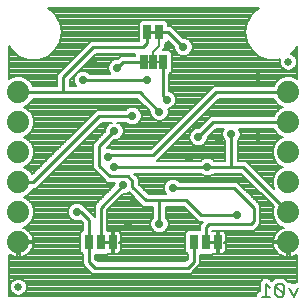
<source format=gbl>
G75*
%MOIN*%
%OFA0B0*%
%FSLAX25Y25*%
%IPPOS*%
%LPD*%
%AMOC8*
5,1,8,0,0,1.08239X$1,22.5*
%
%ADD10C,0.00800*%
%ADD11C,0.07400*%
%ADD12R,0.02500X0.05000*%
%ADD13C,0.01000*%
%ADD14C,0.02500*%
%ADD15C,0.02900*%
%ADD16C,0.00700*%
D10*
X0167833Y0057000D02*
X0167833Y0070876D01*
X0168160Y0070638D01*
X0168876Y0070274D01*
X0169639Y0070026D01*
X0170432Y0069900D01*
X0170433Y0069900D01*
X0170433Y0074600D01*
X0171233Y0074600D01*
X0171233Y0069900D01*
X0171235Y0069900D01*
X0172028Y0070026D01*
X0172791Y0070274D01*
X0173506Y0070638D01*
X0174156Y0071110D01*
X0174723Y0071678D01*
X0175195Y0072327D01*
X0175560Y0073042D01*
X0175808Y0073806D01*
X0175933Y0074599D01*
X0175933Y0074600D01*
X0171233Y0074600D01*
X0171233Y0075400D01*
X0175933Y0075400D01*
X0175933Y0075401D01*
X0175808Y0076194D01*
X0175560Y0076958D01*
X0175195Y0077673D01*
X0174723Y0078322D01*
X0174156Y0078890D01*
X0173506Y0079362D01*
X0172791Y0079726D01*
X0172320Y0079879D01*
X0173836Y0080507D01*
X0175326Y0081998D01*
X0176133Y0083946D01*
X0176133Y0086054D01*
X0175326Y0088002D01*
X0173836Y0089493D01*
X0172612Y0090000D01*
X0173836Y0090507D01*
X0175326Y0091998D01*
X0175700Y0092900D01*
X0176703Y0092900D01*
X0198703Y0114900D01*
X0201865Y0114900D01*
X0201106Y0114586D01*
X0200248Y0113728D01*
X0199783Y0112607D01*
X0199783Y0111920D01*
X0195733Y0107870D01*
X0195733Y0099630D01*
X0199233Y0096130D01*
X0200463Y0094900D01*
X0202905Y0094900D01*
X0202783Y0094607D01*
X0202783Y0093920D01*
X0197463Y0088600D01*
X0196233Y0087370D01*
X0196233Y0083570D01*
X0193933Y0085870D01*
X0192703Y0087100D01*
X0192547Y0087100D01*
X0192061Y0087586D01*
X0190940Y0088050D01*
X0189727Y0088050D01*
X0188606Y0087586D01*
X0187748Y0086728D01*
X0187283Y0085607D01*
X0187283Y0084393D01*
X0187748Y0083272D01*
X0188606Y0082414D01*
X0189727Y0081950D01*
X0190940Y0081950D01*
X0191628Y0082235D01*
X0192233Y0081630D01*
X0192233Y0078913D01*
X0191483Y0078163D01*
X0191483Y0071837D01*
X0192233Y0071087D01*
X0192233Y0067630D01*
X0193463Y0066400D01*
X0195463Y0064400D01*
X0228203Y0064400D01*
X0229433Y0065630D01*
X0231433Y0067630D01*
X0231433Y0070900D01*
X0235246Y0070900D01*
X0235542Y0071196D01*
X0235543Y0071195D01*
X0235899Y0071100D01*
X0237108Y0071100D01*
X0237108Y0072900D01*
X0237558Y0072900D01*
X0237558Y0071100D01*
X0238768Y0071100D01*
X0239124Y0071195D01*
X0239443Y0071380D01*
X0239704Y0071640D01*
X0239888Y0071960D01*
X0239983Y0072316D01*
X0239983Y0074775D01*
X0239433Y0074775D01*
X0239433Y0075225D01*
X0239983Y0075225D01*
X0239983Y0077684D01*
X0239888Y0078040D01*
X0239704Y0078360D01*
X0239443Y0078620D01*
X0239124Y0078805D01*
X0238768Y0078900D01*
X0237558Y0078900D01*
X0237558Y0077100D01*
X0237108Y0077100D01*
X0237108Y0078900D01*
X0235899Y0078900D01*
X0235543Y0078805D01*
X0235542Y0078804D01*
X0235446Y0078900D01*
X0249203Y0078900D01*
X0250203Y0079900D01*
X0251433Y0081130D01*
X0251433Y0087370D01*
X0250203Y0088600D01*
X0243703Y0095100D01*
X0224547Y0095100D01*
X0224061Y0095586D01*
X0222940Y0096050D01*
X0221727Y0096050D01*
X0220606Y0095586D01*
X0219748Y0094728D01*
X0219283Y0093607D01*
X0219283Y0092393D01*
X0219748Y0091272D01*
X0219920Y0091100D01*
X0214203Y0091100D01*
X0210933Y0094370D01*
X0210933Y0096370D01*
X0209433Y0097870D01*
X0209403Y0097900D01*
X0231620Y0097900D01*
X0232106Y0097414D01*
X0233227Y0096950D01*
X0234440Y0096950D01*
X0235561Y0097414D01*
X0236047Y0097900D01*
X0242703Y0097900D01*
X0244963Y0097900D01*
X0255907Y0086956D01*
X0255533Y0086054D01*
X0255533Y0083946D01*
X0256340Y0081998D01*
X0257831Y0080507D01*
X0259346Y0079879D01*
X0258876Y0079726D01*
X0258160Y0079362D01*
X0257511Y0078890D01*
X0256943Y0078322D01*
X0256471Y0077673D01*
X0256107Y0076958D01*
X0255859Y0076194D01*
X0255733Y0075401D01*
X0255733Y0075400D01*
X0260433Y0075400D01*
X0260433Y0074600D01*
X0255733Y0074600D01*
X0255733Y0074599D01*
X0255859Y0073806D01*
X0256107Y0073042D01*
X0256471Y0072327D01*
X0256943Y0071678D01*
X0257511Y0071110D01*
X0258160Y0070638D01*
X0258876Y0070274D01*
X0259639Y0070026D01*
X0260432Y0069900D01*
X0260433Y0069900D01*
X0260433Y0074600D01*
X0261233Y0074600D01*
X0261233Y0069900D01*
X0261235Y0069900D01*
X0262028Y0070026D01*
X0262791Y0070274D01*
X0263506Y0070638D01*
X0263833Y0070876D01*
X0263833Y0061777D01*
X0262532Y0061343D01*
X0260977Y0061862D01*
X0260792Y0061769D01*
X0260629Y0061932D01*
X0260380Y0062181D01*
X0259457Y0063104D01*
X0258056Y0063104D01*
X0257920Y0063104D01*
X0257800Y0063104D01*
X0257800Y0063104D01*
X0256399Y0063104D01*
X0256399Y0063104D01*
X0255449Y0062154D01*
X0255276Y0061980D01*
X0254998Y0062258D01*
X0254153Y0063104D01*
X0252496Y0063104D01*
X0251902Y0062509D01*
X0251324Y0061932D01*
X0251324Y0058900D01*
X0251095Y0058900D01*
X0249923Y0057728D01*
X0249923Y0057000D01*
X0167833Y0057000D01*
X0167833Y0057396D02*
X0169674Y0057396D01*
X0169219Y0057584D02*
X0170266Y0057150D01*
X0171400Y0057150D01*
X0172448Y0057584D01*
X0173249Y0058386D01*
X0173683Y0059433D01*
X0173683Y0060567D01*
X0173249Y0061614D01*
X0172448Y0062416D01*
X0171400Y0062850D01*
X0170266Y0062850D01*
X0169219Y0062416D01*
X0168417Y0061614D01*
X0167983Y0060567D01*
X0167983Y0059433D01*
X0168417Y0058386D01*
X0169219Y0057584D01*
X0168609Y0058194D02*
X0167833Y0058194D01*
X0167833Y0058993D02*
X0168166Y0058993D01*
X0167983Y0059791D02*
X0167833Y0059791D01*
X0167833Y0060590D02*
X0167993Y0060590D01*
X0167833Y0061388D02*
X0168323Y0061388D01*
X0167833Y0062187D02*
X0168989Y0062187D01*
X0167833Y0062985D02*
X0252377Y0062985D01*
X0251579Y0062187D02*
X0172677Y0062187D01*
X0173343Y0061388D02*
X0251324Y0061388D01*
X0251324Y0060590D02*
X0173674Y0060590D01*
X0173683Y0059791D02*
X0251324Y0059791D01*
X0251324Y0058993D02*
X0173501Y0058993D01*
X0173058Y0058194D02*
X0250389Y0058194D01*
X0249923Y0057396D02*
X0171993Y0057396D01*
X0167833Y0063784D02*
X0263833Y0063784D01*
X0263833Y0064582D02*
X0228385Y0064582D01*
X0229184Y0065381D02*
X0263833Y0065381D01*
X0263833Y0066179D02*
X0229982Y0066179D01*
X0230781Y0066978D02*
X0263833Y0066978D01*
X0263833Y0067776D02*
X0231433Y0067776D01*
X0231433Y0068575D02*
X0263833Y0068575D01*
X0263833Y0069373D02*
X0231433Y0069373D01*
X0231433Y0070172D02*
X0259189Y0070172D01*
X0260433Y0070172D02*
X0261233Y0070172D01*
X0261233Y0070970D02*
X0260433Y0070970D01*
X0260433Y0071769D02*
X0261233Y0071769D01*
X0261233Y0072567D02*
X0260433Y0072567D01*
X0260433Y0073366D02*
X0261233Y0073366D01*
X0261233Y0074164D02*
X0260433Y0074164D01*
X0260433Y0074963D02*
X0239433Y0074963D01*
X0239983Y0075761D02*
X0255790Y0075761D01*
X0255978Y0076560D02*
X0239983Y0076560D01*
X0239983Y0077358D02*
X0256311Y0077358D01*
X0256823Y0078157D02*
X0239821Y0078157D01*
X0237558Y0078157D02*
X0237108Y0078157D01*
X0237108Y0077358D02*
X0237558Y0077358D01*
X0239983Y0074164D02*
X0255802Y0074164D01*
X0256002Y0073366D02*
X0239983Y0073366D01*
X0239983Y0072567D02*
X0256349Y0072567D01*
X0256877Y0071769D02*
X0239778Y0071769D01*
X0237558Y0071769D02*
X0237108Y0071769D01*
X0237108Y0072567D02*
X0237558Y0072567D01*
X0235316Y0070970D02*
X0257703Y0070970D01*
X0262477Y0070172D02*
X0263833Y0070172D01*
X0263833Y0062985D02*
X0259576Y0062985D01*
X0259457Y0063104D02*
X0259457Y0063104D01*
X0259457Y0063104D01*
X0260374Y0062187D02*
X0263833Y0062187D01*
X0262666Y0061388D02*
X0262398Y0061388D01*
X0260629Y0061932D02*
X0260629Y0061932D01*
X0259329Y0060403D02*
X0258629Y0061104D01*
X0257228Y0061104D01*
X0256527Y0060403D01*
X0259329Y0057601D01*
X0258629Y0056900D01*
X0257228Y0056900D01*
X0256527Y0057601D01*
X0256527Y0060403D01*
X0254725Y0059702D02*
X0253324Y0061104D01*
X0253324Y0056900D01*
X0254725Y0056900D02*
X0251923Y0056900D01*
X0259329Y0057601D02*
X0259329Y0060403D01*
X0261131Y0059702D02*
X0262532Y0056900D01*
X0263933Y0059702D01*
X0258056Y0063104D02*
X0258056Y0063104D01*
X0256399Y0063104D02*
X0256399Y0063104D01*
X0256281Y0062985D02*
X0254271Y0062985D01*
X0255070Y0062187D02*
X0255482Y0062187D01*
X0227233Y0069370D02*
X0226463Y0068600D01*
X0197203Y0068600D01*
X0196433Y0069370D01*
X0196433Y0070900D01*
X0200246Y0070900D01*
X0200542Y0071196D01*
X0200543Y0071195D01*
X0200899Y0071100D01*
X0202108Y0071100D01*
X0202108Y0072900D01*
X0202558Y0072900D01*
X0202558Y0071100D01*
X0203768Y0071100D01*
X0204124Y0071195D01*
X0204443Y0071380D01*
X0204704Y0071640D01*
X0204888Y0071960D01*
X0204983Y0072316D01*
X0204983Y0074775D01*
X0204433Y0074775D01*
X0204433Y0075225D01*
X0204983Y0075225D01*
X0204983Y0077684D01*
X0204888Y0078040D01*
X0204704Y0078360D01*
X0204443Y0078620D01*
X0204124Y0078805D01*
X0203768Y0078900D01*
X0202558Y0078900D01*
X0202558Y0077100D01*
X0202108Y0077100D01*
X0202108Y0078900D01*
X0200899Y0078900D01*
X0200543Y0078805D01*
X0200542Y0078804D01*
X0200433Y0078913D01*
X0200433Y0085630D01*
X0205753Y0090950D01*
X0206440Y0090950D01*
X0207561Y0091414D01*
X0207755Y0091608D01*
X0212463Y0086900D01*
X0215733Y0086900D01*
X0215733Y0083213D01*
X0215248Y0082728D01*
X0214783Y0081607D01*
X0214783Y0080393D01*
X0215248Y0079272D01*
X0216106Y0078414D01*
X0217227Y0077950D01*
X0218440Y0077950D01*
X0219561Y0078414D01*
X0220419Y0079272D01*
X0220883Y0080393D01*
X0220883Y0081607D01*
X0220419Y0082728D01*
X0219933Y0083213D01*
X0219933Y0086900D01*
X0225963Y0086900D01*
X0230963Y0081900D01*
X0232263Y0081900D01*
X0232233Y0081870D01*
X0231233Y0080870D01*
X0231233Y0079100D01*
X0227421Y0079100D01*
X0226483Y0078163D01*
X0226483Y0071837D01*
X0227233Y0071087D01*
X0227233Y0069370D01*
X0227233Y0069373D02*
X0196433Y0069373D01*
X0196433Y0070172D02*
X0227233Y0070172D01*
X0227233Y0070970D02*
X0200316Y0070970D01*
X0202108Y0071769D02*
X0202558Y0071769D01*
X0202558Y0072567D02*
X0202108Y0072567D01*
X0204778Y0071769D02*
X0226552Y0071769D01*
X0226483Y0072567D02*
X0204983Y0072567D01*
X0204983Y0073366D02*
X0226483Y0073366D01*
X0226483Y0074164D02*
X0204983Y0074164D01*
X0204433Y0074963D02*
X0226483Y0074963D01*
X0226483Y0075761D02*
X0204983Y0075761D01*
X0204983Y0076560D02*
X0226483Y0076560D01*
X0226483Y0077358D02*
X0204983Y0077358D01*
X0204821Y0078157D02*
X0216727Y0078157D01*
X0215565Y0078955D02*
X0200433Y0078955D01*
X0200433Y0079754D02*
X0215048Y0079754D01*
X0214783Y0080552D02*
X0200433Y0080552D01*
X0200433Y0081351D02*
X0214783Y0081351D01*
X0215008Y0082149D02*
X0200433Y0082149D01*
X0200433Y0082948D02*
X0215468Y0082948D01*
X0215733Y0083746D02*
X0200433Y0083746D01*
X0200433Y0084545D02*
X0215733Y0084545D01*
X0215733Y0085343D02*
X0200433Y0085343D01*
X0200945Y0086142D02*
X0215733Y0086142D01*
X0212423Y0086940D02*
X0201744Y0086940D01*
X0202542Y0087739D02*
X0211625Y0087739D01*
X0210826Y0088537D02*
X0203341Y0088537D01*
X0204139Y0089336D02*
X0210027Y0089336D01*
X0209229Y0090134D02*
X0204938Y0090134D01*
X0205736Y0090933D02*
X0208430Y0090933D01*
X0211176Y0094127D02*
X0219499Y0094127D01*
X0219283Y0093329D02*
X0211975Y0093329D01*
X0212773Y0092530D02*
X0219283Y0092530D01*
X0219557Y0091732D02*
X0213572Y0091732D01*
X0210933Y0094926D02*
X0219946Y0094926D01*
X0220940Y0095724D02*
X0210933Y0095724D01*
X0210781Y0096523D02*
X0246341Y0096523D01*
X0245542Y0097321D02*
X0235336Y0097321D01*
X0232331Y0097321D02*
X0209982Y0097321D01*
X0202783Y0094127D02*
X0177930Y0094127D01*
X0177132Y0093329D02*
X0202192Y0093329D01*
X0201394Y0092530D02*
X0175547Y0092530D01*
X0175060Y0091732D02*
X0200595Y0091732D01*
X0199796Y0090933D02*
X0174262Y0090933D01*
X0172937Y0090134D02*
X0198998Y0090134D01*
X0198199Y0089336D02*
X0173993Y0089336D01*
X0174791Y0088537D02*
X0197401Y0088537D01*
X0196602Y0087739D02*
X0191691Y0087739D01*
X0192863Y0086940D02*
X0196233Y0086940D01*
X0196233Y0086142D02*
X0193661Y0086142D01*
X0194460Y0085343D02*
X0196233Y0085343D01*
X0196233Y0084545D02*
X0195258Y0084545D01*
X0196057Y0083746D02*
X0196233Y0083746D01*
X0192233Y0081351D02*
X0174680Y0081351D01*
X0175389Y0082149D02*
X0189245Y0082149D01*
X0188072Y0082948D02*
X0175720Y0082948D01*
X0176051Y0083746D02*
X0187551Y0083746D01*
X0187283Y0084545D02*
X0176133Y0084545D01*
X0176133Y0085343D02*
X0187283Y0085343D01*
X0187505Y0086142D02*
X0176097Y0086142D01*
X0175766Y0086940D02*
X0187960Y0086940D01*
X0188976Y0087739D02*
X0175435Y0087739D01*
X0173881Y0080552D02*
X0192233Y0080552D01*
X0192233Y0079754D02*
X0172706Y0079754D01*
X0174066Y0078955D02*
X0192233Y0078955D01*
X0191483Y0078157D02*
X0174844Y0078157D01*
X0175356Y0077358D02*
X0191483Y0077358D01*
X0191483Y0076560D02*
X0175689Y0076560D01*
X0175876Y0075761D02*
X0191483Y0075761D01*
X0191483Y0074963D02*
X0171233Y0074963D01*
X0171233Y0074164D02*
X0170433Y0074164D01*
X0170433Y0073366D02*
X0171233Y0073366D01*
X0171233Y0072567D02*
X0170433Y0072567D01*
X0170433Y0071769D02*
X0171233Y0071769D01*
X0171233Y0070970D02*
X0170433Y0070970D01*
X0170433Y0070172D02*
X0171233Y0070172D01*
X0172477Y0070172D02*
X0192233Y0070172D01*
X0192233Y0070970D02*
X0173963Y0070970D01*
X0174790Y0071769D02*
X0191552Y0071769D01*
X0191483Y0072567D02*
X0175318Y0072567D01*
X0175665Y0073366D02*
X0191483Y0073366D01*
X0191483Y0074164D02*
X0175865Y0074164D01*
X0169189Y0070172D02*
X0167833Y0070172D01*
X0167833Y0069373D02*
X0192233Y0069373D01*
X0192233Y0068575D02*
X0167833Y0068575D01*
X0167833Y0067776D02*
X0192233Y0067776D01*
X0192886Y0066978D02*
X0167833Y0066978D01*
X0167833Y0066179D02*
X0193684Y0066179D01*
X0194483Y0065381D02*
X0167833Y0065381D01*
X0167833Y0064582D02*
X0195281Y0064582D01*
X0202108Y0077358D02*
X0202558Y0077358D01*
X0202558Y0078157D02*
X0202108Y0078157D01*
X0191714Y0082149D02*
X0191421Y0082149D01*
X0200438Y0094926D02*
X0178729Y0094926D01*
X0179527Y0095724D02*
X0199639Y0095724D01*
X0198841Y0096523D02*
X0180326Y0096523D01*
X0181124Y0097321D02*
X0198042Y0097321D01*
X0197244Y0098120D02*
X0181923Y0098120D01*
X0182721Y0098918D02*
X0196445Y0098918D01*
X0195733Y0099717D02*
X0183520Y0099717D01*
X0184318Y0100515D02*
X0195733Y0100515D01*
X0195733Y0101314D02*
X0185117Y0101314D01*
X0185915Y0102112D02*
X0195733Y0102112D01*
X0195733Y0102911D02*
X0186714Y0102911D01*
X0187512Y0103709D02*
X0195733Y0103709D01*
X0195733Y0104508D02*
X0188311Y0104508D01*
X0189109Y0105306D02*
X0195733Y0105306D01*
X0195733Y0106105D02*
X0189908Y0106105D01*
X0190706Y0106903D02*
X0195733Y0106903D01*
X0195733Y0107702D02*
X0191505Y0107702D01*
X0192303Y0108500D02*
X0196364Y0108500D01*
X0197162Y0109299D02*
X0193102Y0109299D01*
X0193900Y0110097D02*
X0197961Y0110097D01*
X0198759Y0110896D02*
X0194699Y0110896D01*
X0195497Y0111694D02*
X0199558Y0111694D01*
X0199783Y0112493D02*
X0196296Y0112493D01*
X0197095Y0113291D02*
X0200067Y0113291D01*
X0200610Y0114090D02*
X0197893Y0114090D01*
X0198692Y0114888D02*
X0201836Y0114888D01*
X0203802Y0114900D02*
X0206620Y0114900D01*
X0207106Y0114414D01*
X0208227Y0113950D01*
X0209440Y0113950D01*
X0210561Y0114414D01*
X0211419Y0115272D01*
X0211883Y0116393D01*
X0211883Y0117607D01*
X0211419Y0118728D01*
X0210561Y0119586D01*
X0209440Y0120050D01*
X0208227Y0120050D01*
X0207106Y0119586D01*
X0206620Y0119100D01*
X0196963Y0119100D01*
X0195733Y0117870D01*
X0175484Y0097621D01*
X0175326Y0098002D01*
X0173836Y0099493D01*
X0172612Y0100000D01*
X0173836Y0100507D01*
X0175326Y0101998D01*
X0176133Y0103946D01*
X0176133Y0106054D01*
X0175326Y0108002D01*
X0173836Y0109493D01*
X0172612Y0110000D01*
X0173836Y0110507D01*
X0175326Y0111998D01*
X0176133Y0113946D01*
X0176133Y0116054D01*
X0175326Y0118002D01*
X0173836Y0119493D01*
X0172612Y0120000D01*
X0173836Y0120507D01*
X0175326Y0121998D01*
X0175700Y0122900D01*
X0210463Y0122900D01*
X0214783Y0118580D01*
X0214783Y0117893D01*
X0215248Y0116772D01*
X0216106Y0115914D01*
X0217227Y0115450D01*
X0218440Y0115450D01*
X0219561Y0115914D01*
X0220419Y0116772D01*
X0220883Y0117893D01*
X0220883Y0119107D01*
X0220741Y0119450D01*
X0220940Y0119450D01*
X0222061Y0119914D01*
X0222919Y0120772D01*
X0223383Y0121893D01*
X0223383Y0123107D01*
X0222919Y0124228D01*
X0222061Y0125086D01*
X0221133Y0125470D01*
X0221133Y0131087D01*
X0221883Y0131837D01*
X0221883Y0138163D01*
X0220946Y0139100D01*
X0219191Y0139100D01*
X0219783Y0139692D01*
X0219783Y0140937D01*
X0220683Y0141837D01*
X0220683Y0142180D01*
X0222783Y0140080D01*
X0222783Y0139393D01*
X0223248Y0138272D01*
X0224106Y0137414D01*
X0225227Y0136950D01*
X0226440Y0136950D01*
X0227561Y0137414D01*
X0228419Y0138272D01*
X0228883Y0139393D01*
X0228883Y0140607D01*
X0228419Y0141728D01*
X0227561Y0142586D01*
X0226440Y0143050D01*
X0225753Y0143050D01*
X0222933Y0145870D01*
X0221703Y0147100D01*
X0220683Y0147100D01*
X0220683Y0148163D01*
X0219746Y0149100D01*
X0215921Y0149100D01*
X0215833Y0149013D01*
X0215746Y0149100D01*
X0211921Y0149100D01*
X0210983Y0148163D01*
X0210983Y0142100D01*
X0194963Y0142100D01*
X0184963Y0132100D01*
X0183733Y0130870D01*
X0183733Y0127100D01*
X0175700Y0127100D01*
X0175326Y0128002D01*
X0173836Y0129493D01*
X0171888Y0130300D01*
X0169779Y0130300D01*
X0167833Y0129494D01*
X0167833Y0140256D01*
X0168599Y0138930D01*
X0171112Y0136822D01*
X0171112Y0136822D01*
X0174193Y0135700D01*
X0177473Y0135700D01*
X0180555Y0136822D01*
X0183067Y0138930D01*
X0184707Y0141770D01*
X0184707Y0141770D01*
X0185277Y0145000D01*
X0184707Y0148230D01*
X0183067Y0151070D01*
X0180767Y0153000D01*
X0250899Y0153000D01*
X0248599Y0151070D01*
X0246959Y0148230D01*
X0246390Y0145000D01*
X0246959Y0141770D01*
X0248599Y0138930D01*
X0251112Y0136822D01*
X0254193Y0135700D01*
X0257473Y0135700D01*
X0258139Y0135942D01*
X0257983Y0135567D01*
X0257983Y0134433D01*
X0258417Y0133386D01*
X0259219Y0132584D01*
X0260266Y0132150D01*
X0261400Y0132150D01*
X0262448Y0132584D01*
X0263249Y0133386D01*
X0263683Y0134433D01*
X0263683Y0135567D01*
X0263249Y0136614D01*
X0262448Y0137416D01*
X0261655Y0137745D01*
X0263067Y0138930D01*
X0263833Y0140256D01*
X0263833Y0129494D01*
X0261888Y0130300D01*
X0259779Y0130300D01*
X0257831Y0129493D01*
X0256340Y0128002D01*
X0255966Y0127100D01*
X0235963Y0127100D01*
X0234733Y0125870D01*
X0214963Y0106100D01*
X0202526Y0106100D01*
X0201440Y0106550D01*
X0200353Y0106550D01*
X0202753Y0108950D01*
X0203440Y0108950D01*
X0204561Y0109414D01*
X0205419Y0110272D01*
X0205883Y0111393D01*
X0205883Y0112607D01*
X0205419Y0113728D01*
X0204561Y0114586D01*
X0203802Y0114900D01*
X0203830Y0114888D02*
X0206632Y0114888D01*
X0207889Y0114090D02*
X0205057Y0114090D01*
X0205600Y0113291D02*
X0222155Y0113291D01*
X0221356Y0112493D02*
X0205883Y0112493D01*
X0205883Y0111694D02*
X0220558Y0111694D01*
X0219759Y0110896D02*
X0205677Y0110896D01*
X0205244Y0110097D02*
X0218961Y0110097D01*
X0218162Y0109299D02*
X0204282Y0109299D01*
X0202303Y0108500D02*
X0217364Y0108500D01*
X0216565Y0107702D02*
X0201505Y0107702D01*
X0200706Y0106903D02*
X0215767Y0106903D01*
X0214968Y0106105D02*
X0202515Y0106105D01*
X0189558Y0111694D02*
X0175023Y0111694D01*
X0175531Y0112493D02*
X0190356Y0112493D01*
X0191155Y0113291D02*
X0175862Y0113291D01*
X0176133Y0114090D02*
X0191953Y0114090D01*
X0192752Y0114888D02*
X0176133Y0114888D01*
X0176133Y0115687D02*
X0193550Y0115687D01*
X0194349Y0116485D02*
X0175955Y0116485D01*
X0175624Y0117284D02*
X0195147Y0117284D01*
X0195946Y0118082D02*
X0175246Y0118082D01*
X0174448Y0118881D02*
X0196744Y0118881D01*
X0207332Y0119679D02*
X0173386Y0119679D01*
X0173766Y0120478D02*
X0212886Y0120478D01*
X0213684Y0119679D02*
X0210335Y0119679D01*
X0211266Y0118881D02*
X0214483Y0118881D01*
X0214783Y0118082D02*
X0211686Y0118082D01*
X0211883Y0117284D02*
X0215036Y0117284D01*
X0215535Y0116485D02*
X0211883Y0116485D01*
X0211591Y0115687D02*
X0216655Y0115687D01*
X0219012Y0115687D02*
X0224550Y0115687D01*
X0223752Y0114888D02*
X0211035Y0114888D01*
X0209778Y0114090D02*
X0222953Y0114090D01*
X0225699Y0110896D02*
X0227903Y0110896D01*
X0227783Y0110607D02*
X0228248Y0111728D01*
X0229106Y0112586D01*
X0230227Y0113050D01*
X0230913Y0113050D01*
X0234963Y0117100D01*
X0255966Y0117100D01*
X0256340Y0118002D01*
X0257831Y0119493D01*
X0259055Y0120000D01*
X0257831Y0120507D01*
X0256340Y0121998D01*
X0255966Y0122900D01*
X0237703Y0122900D01*
X0217933Y0103130D01*
X0216903Y0102100D01*
X0231620Y0102100D01*
X0232106Y0102586D01*
X0233227Y0103050D01*
X0234440Y0103050D01*
X0235561Y0102586D01*
X0236047Y0102100D01*
X0239733Y0102100D01*
X0239733Y0108787D01*
X0239248Y0109272D01*
X0238783Y0110393D01*
X0238783Y0111607D01*
X0239248Y0112728D01*
X0239420Y0112900D01*
X0236703Y0112900D01*
X0233883Y0110080D01*
X0233883Y0109393D01*
X0233419Y0108272D01*
X0232561Y0107414D01*
X0231440Y0106950D01*
X0230227Y0106950D01*
X0229106Y0107414D01*
X0228248Y0108272D01*
X0227783Y0109393D01*
X0227783Y0110607D01*
X0227783Y0110097D02*
X0224900Y0110097D01*
X0224102Y0109299D02*
X0227822Y0109299D01*
X0228153Y0108500D02*
X0223303Y0108500D01*
X0222505Y0107702D02*
X0228818Y0107702D01*
X0232848Y0107702D02*
X0239733Y0107702D01*
X0239733Y0108500D02*
X0233513Y0108500D01*
X0233844Y0109299D02*
X0239237Y0109299D01*
X0238906Y0110097D02*
X0233900Y0110097D01*
X0234699Y0110896D02*
X0238783Y0110896D01*
X0238820Y0111694D02*
X0235497Y0111694D01*
X0236296Y0112493D02*
X0239150Y0112493D01*
X0244247Y0112900D02*
X0255966Y0112900D01*
X0256340Y0111998D01*
X0257831Y0110507D01*
X0259055Y0110000D01*
X0257831Y0109493D01*
X0256340Y0108002D01*
X0255533Y0106054D01*
X0255533Y0103946D01*
X0256340Y0101998D01*
X0257831Y0100507D01*
X0259055Y0100000D01*
X0257831Y0099493D01*
X0256340Y0098002D01*
X0255533Y0096054D01*
X0255533Y0093946D01*
X0256011Y0092792D01*
X0247933Y0100870D01*
X0246703Y0102100D01*
X0243933Y0102100D01*
X0243933Y0108787D01*
X0244419Y0109272D01*
X0244883Y0110393D01*
X0244883Y0111607D01*
X0244419Y0112728D01*
X0244247Y0112900D01*
X0244516Y0112493D02*
X0256135Y0112493D01*
X0256644Y0111694D02*
X0244847Y0111694D01*
X0244883Y0110896D02*
X0257442Y0110896D01*
X0258820Y0110097D02*
X0244761Y0110097D01*
X0244430Y0109299D02*
X0257637Y0109299D01*
X0256838Y0108500D02*
X0243933Y0108500D01*
X0243933Y0107702D02*
X0256216Y0107702D01*
X0255885Y0106903D02*
X0243933Y0106903D01*
X0243933Y0106105D02*
X0255554Y0106105D01*
X0255533Y0105306D02*
X0243933Y0105306D01*
X0243933Y0104508D02*
X0255533Y0104508D01*
X0255631Y0103709D02*
X0243933Y0103709D01*
X0243933Y0102911D02*
X0255962Y0102911D01*
X0256293Y0102112D02*
X0243933Y0102112D01*
X0247490Y0101314D02*
X0257024Y0101314D01*
X0257823Y0100515D02*
X0248288Y0100515D01*
X0249087Y0099717D02*
X0258371Y0099717D01*
X0257256Y0098918D02*
X0249885Y0098918D01*
X0250684Y0098120D02*
X0256458Y0098120D01*
X0256058Y0097321D02*
X0251482Y0097321D01*
X0252281Y0096523D02*
X0255727Y0096523D01*
X0255533Y0095724D02*
X0253079Y0095724D01*
X0253878Y0094926D02*
X0255533Y0094926D01*
X0255533Y0094127D02*
X0254676Y0094127D01*
X0255475Y0093329D02*
X0255789Y0093329D01*
X0251930Y0090933D02*
X0247870Y0090933D01*
X0247072Y0091732D02*
X0251132Y0091732D01*
X0250333Y0092530D02*
X0246273Y0092530D01*
X0245475Y0093329D02*
X0249535Y0093329D01*
X0248736Y0094127D02*
X0244676Y0094127D01*
X0243878Y0094926D02*
X0247938Y0094926D01*
X0247139Y0095724D02*
X0223727Y0095724D01*
X0216915Y0102112D02*
X0231632Y0102112D01*
X0232890Y0102911D02*
X0217714Y0102911D01*
X0218512Y0103709D02*
X0239733Y0103709D01*
X0239733Y0102911D02*
X0234776Y0102911D01*
X0236034Y0102112D02*
X0239733Y0102112D01*
X0239733Y0104508D02*
X0219311Y0104508D01*
X0220109Y0105306D02*
X0239733Y0105306D01*
X0239733Y0106105D02*
X0220908Y0106105D01*
X0221706Y0106903D02*
X0239733Y0106903D01*
X0228234Y0111694D02*
X0226497Y0111694D01*
X0227296Y0112493D02*
X0229013Y0112493D01*
X0228095Y0113291D02*
X0231155Y0113291D01*
X0231953Y0114090D02*
X0228893Y0114090D01*
X0229692Y0114888D02*
X0232752Y0114888D01*
X0233550Y0115687D02*
X0230490Y0115687D01*
X0231289Y0116485D02*
X0234349Y0116485D01*
X0232886Y0118082D02*
X0256420Y0118082D01*
X0256043Y0117284D02*
X0232087Y0117284D01*
X0233684Y0118881D02*
X0257219Y0118881D01*
X0258281Y0119679D02*
X0234483Y0119679D01*
X0235281Y0120478D02*
X0257901Y0120478D01*
X0257062Y0121276D02*
X0236080Y0121276D01*
X0236878Y0122075D02*
X0256308Y0122075D01*
X0255977Y0122873D02*
X0237677Y0122873D01*
X0234931Y0126068D02*
X0221133Y0126068D01*
X0221133Y0126866D02*
X0235730Y0126866D01*
X0234132Y0125269D02*
X0221618Y0125269D01*
X0222676Y0124470D02*
X0233334Y0124470D01*
X0232535Y0123672D02*
X0223149Y0123672D01*
X0223383Y0122873D02*
X0231737Y0122873D01*
X0230938Y0122075D02*
X0223383Y0122075D01*
X0223128Y0121276D02*
X0230140Y0121276D01*
X0229341Y0120478D02*
X0222625Y0120478D01*
X0221494Y0119679D02*
X0228543Y0119679D01*
X0227744Y0118881D02*
X0220883Y0118881D01*
X0220883Y0118082D02*
X0226946Y0118082D01*
X0226147Y0117284D02*
X0220631Y0117284D01*
X0220132Y0116485D02*
X0225349Y0116485D01*
X0212087Y0121276D02*
X0174605Y0121276D01*
X0175358Y0122075D02*
X0211289Y0122075D01*
X0210490Y0122873D02*
X0175689Y0122873D01*
X0175466Y0127665D02*
X0183733Y0127665D01*
X0183733Y0128463D02*
X0174866Y0128463D01*
X0174067Y0129262D02*
X0183733Y0129262D01*
X0183733Y0130060D02*
X0172467Y0130060D01*
X0169200Y0130060D02*
X0167833Y0130060D01*
X0167833Y0130859D02*
X0183733Y0130859D01*
X0184521Y0131657D02*
X0167833Y0131657D01*
X0167833Y0132456D02*
X0185319Y0132456D01*
X0186118Y0133254D02*
X0167833Y0133254D01*
X0167833Y0134053D02*
X0186916Y0134053D01*
X0187715Y0134851D02*
X0167833Y0134851D01*
X0167833Y0135650D02*
X0188513Y0135650D01*
X0189312Y0136448D02*
X0179529Y0136448D01*
X0180555Y0136822D02*
X0180555Y0136822D01*
X0181061Y0137247D02*
X0190110Y0137247D01*
X0190909Y0138045D02*
X0182013Y0138045D01*
X0182965Y0138844D02*
X0191707Y0138844D01*
X0192506Y0139642D02*
X0183479Y0139642D01*
X0183067Y0138930D02*
X0183067Y0138930D01*
X0183067Y0138930D01*
X0183940Y0140441D02*
X0193304Y0140441D01*
X0194103Y0141239D02*
X0184401Y0141239D01*
X0184754Y0142038D02*
X0194901Y0142038D01*
X0196703Y0137900D02*
X0187933Y0129130D01*
X0187933Y0127100D01*
X0189920Y0127100D01*
X0189748Y0127272D01*
X0189283Y0128393D01*
X0189283Y0129607D01*
X0189748Y0130728D01*
X0190606Y0131586D01*
X0191727Y0132050D01*
X0192940Y0132050D01*
X0194061Y0131586D01*
X0194547Y0131100D01*
X0201420Y0131100D01*
X0201248Y0131272D01*
X0200783Y0132393D01*
X0200783Y0133607D01*
X0201248Y0134728D01*
X0202106Y0135586D01*
X0203227Y0136050D01*
X0203913Y0136050D01*
X0204963Y0137100D01*
X0209783Y0137100D01*
X0209783Y0137900D01*
X0196703Y0137900D01*
X0196050Y0137247D02*
X0209783Y0137247D01*
X0211833Y0135000D02*
X0214833Y0135000D01*
X0216833Y0135000D02*
X0219833Y0135000D01*
X0221883Y0134851D02*
X0257983Y0134851D01*
X0258018Y0135650D02*
X0221883Y0135650D01*
X0221883Y0136448D02*
X0252138Y0136448D01*
X0251112Y0136822D02*
X0251112Y0136822D01*
X0250605Y0137247D02*
X0227156Y0137247D01*
X0228192Y0138045D02*
X0249654Y0138045D01*
X0248702Y0138844D02*
X0228656Y0138844D01*
X0228883Y0139642D02*
X0248188Y0139642D01*
X0248599Y0138930D02*
X0248599Y0138930D01*
X0247727Y0140441D02*
X0228883Y0140441D01*
X0228621Y0141239D02*
X0247266Y0141239D01*
X0246959Y0141770D02*
X0246959Y0141770D01*
X0246912Y0142038D02*
X0228109Y0142038D01*
X0226956Y0142836D02*
X0246771Y0142836D01*
X0246631Y0143635D02*
X0225168Y0143635D01*
X0224370Y0144433D02*
X0246490Y0144433D01*
X0246390Y0145000D02*
X0246390Y0145000D01*
X0246431Y0145232D02*
X0223571Y0145232D01*
X0222773Y0146030D02*
X0246572Y0146030D01*
X0246712Y0146829D02*
X0221974Y0146829D01*
X0220683Y0147627D02*
X0246853Y0147627D01*
X0246959Y0148230D02*
X0246959Y0148230D01*
X0247073Y0148426D02*
X0220420Y0148426D01*
X0211246Y0148426D02*
X0184594Y0148426D01*
X0184707Y0148230D02*
X0184707Y0148230D01*
X0184814Y0147627D02*
X0210983Y0147627D01*
X0210983Y0146829D02*
X0184954Y0146829D01*
X0185095Y0146030D02*
X0210983Y0146030D01*
X0210983Y0145232D02*
X0185236Y0145232D01*
X0185277Y0145000D02*
X0185277Y0145000D01*
X0185177Y0144433D02*
X0210983Y0144433D01*
X0210983Y0143635D02*
X0185036Y0143635D01*
X0184895Y0142836D02*
X0210983Y0142836D01*
X0219783Y0140441D02*
X0222423Y0140441D01*
X0222783Y0139642D02*
X0219733Y0139642D01*
X0220085Y0141239D02*
X0221624Y0141239D01*
X0220826Y0142038D02*
X0220683Y0142038D01*
X0221202Y0138844D02*
X0223011Y0138844D01*
X0223475Y0138045D02*
X0221883Y0138045D01*
X0221883Y0137247D02*
X0224510Y0137247D01*
X0221883Y0134053D02*
X0258141Y0134053D01*
X0258549Y0133254D02*
X0221883Y0133254D01*
X0221883Y0132456D02*
X0259529Y0132456D01*
X0262138Y0132456D02*
X0263833Y0132456D01*
X0263833Y0133254D02*
X0263118Y0133254D01*
X0263526Y0134053D02*
X0263833Y0134053D01*
X0263833Y0134851D02*
X0263683Y0134851D01*
X0263649Y0135650D02*
X0263833Y0135650D01*
X0263833Y0136448D02*
X0263318Y0136448D01*
X0263833Y0137247D02*
X0262617Y0137247D01*
X0262013Y0138045D02*
X0263833Y0138045D01*
X0263833Y0138844D02*
X0262965Y0138844D01*
X0263067Y0138930D02*
X0263067Y0138930D01*
X0263067Y0138930D01*
X0263479Y0139642D02*
X0263833Y0139642D01*
X0263833Y0131657D02*
X0221703Y0131657D01*
X0221133Y0130859D02*
X0263833Y0130859D01*
X0263833Y0130060D02*
X0262467Y0130060D01*
X0259200Y0130060D02*
X0221133Y0130060D01*
X0221133Y0129262D02*
X0257600Y0129262D01*
X0256801Y0128463D02*
X0221133Y0128463D01*
X0221133Y0127665D02*
X0256200Y0127665D01*
X0247534Y0149224D02*
X0184133Y0149224D01*
X0183672Y0150023D02*
X0247995Y0150023D01*
X0248456Y0150821D02*
X0183211Y0150821D01*
X0183067Y0151070D02*
X0183067Y0151070D01*
X0182412Y0151620D02*
X0249254Y0151620D01*
X0248599Y0151070D02*
X0248599Y0151070D01*
X0248599Y0151070D01*
X0250206Y0152418D02*
X0181461Y0152418D01*
X0168188Y0139642D02*
X0167833Y0139642D01*
X0167833Y0138844D02*
X0168702Y0138844D01*
X0168599Y0138930D02*
X0168599Y0138930D01*
X0167833Y0138045D02*
X0169654Y0138045D01*
X0170605Y0137247D02*
X0167833Y0137247D01*
X0167833Y0136448D02*
X0172138Y0136448D01*
X0188065Y0129262D02*
X0189283Y0129262D01*
X0189283Y0128463D02*
X0187933Y0128463D01*
X0187933Y0127665D02*
X0189585Y0127665D01*
X0189471Y0130060D02*
X0188863Y0130060D01*
X0189662Y0130859D02*
X0189879Y0130859D01*
X0190460Y0131657D02*
X0190778Y0131657D01*
X0191259Y0132456D02*
X0200783Y0132456D01*
X0200783Y0133254D02*
X0192057Y0133254D01*
X0192856Y0134053D02*
X0200968Y0134053D01*
X0201371Y0134851D02*
X0193654Y0134851D01*
X0194453Y0135650D02*
X0202260Y0135650D01*
X0204312Y0136448D02*
X0195251Y0136448D01*
X0193889Y0131657D02*
X0201088Y0131657D01*
X0188759Y0110896D02*
X0174224Y0110896D01*
X0172847Y0110097D02*
X0187961Y0110097D01*
X0187162Y0109299D02*
X0174030Y0109299D01*
X0174828Y0108500D02*
X0186364Y0108500D01*
X0185565Y0107702D02*
X0175451Y0107702D01*
X0175782Y0106903D02*
X0184767Y0106903D01*
X0183968Y0106105D02*
X0176112Y0106105D01*
X0176133Y0105306D02*
X0183170Y0105306D01*
X0182371Y0104508D02*
X0176133Y0104508D01*
X0176035Y0103709D02*
X0181573Y0103709D01*
X0180774Y0102911D02*
X0175705Y0102911D01*
X0175374Y0102112D02*
X0179976Y0102112D01*
X0179177Y0101314D02*
X0174642Y0101314D01*
X0173844Y0100515D02*
X0178379Y0100515D01*
X0177580Y0099717D02*
X0173296Y0099717D01*
X0174411Y0098918D02*
X0176782Y0098918D01*
X0175983Y0098120D02*
X0175209Y0098120D01*
X0218939Y0078157D02*
X0226483Y0078157D01*
X0227276Y0078955D02*
X0220102Y0078955D01*
X0220618Y0079754D02*
X0231233Y0079754D01*
X0231233Y0080552D02*
X0220883Y0080552D01*
X0220883Y0081351D02*
X0231714Y0081351D01*
X0230714Y0082149D02*
X0220659Y0082149D01*
X0220199Y0082948D02*
X0229916Y0082948D01*
X0229117Y0083746D02*
X0219933Y0083746D01*
X0219933Y0084545D02*
X0228319Y0084545D01*
X0227520Y0085343D02*
X0219933Y0085343D01*
X0219933Y0086142D02*
X0226722Y0086142D01*
X0248669Y0090134D02*
X0252729Y0090134D01*
X0253527Y0089336D02*
X0249467Y0089336D01*
X0250266Y0088537D02*
X0254326Y0088537D01*
X0255125Y0087739D02*
X0251064Y0087739D01*
X0251433Y0086940D02*
X0255900Y0086940D01*
X0255570Y0086142D02*
X0251433Y0086142D01*
X0251433Y0085343D02*
X0255533Y0085343D01*
X0255533Y0084545D02*
X0251433Y0084545D01*
X0251433Y0083746D02*
X0255616Y0083746D01*
X0255947Y0082948D02*
X0251433Y0082948D01*
X0251433Y0082149D02*
X0256277Y0082149D01*
X0256987Y0081351D02*
X0251433Y0081351D01*
X0250856Y0080552D02*
X0257786Y0080552D01*
X0258960Y0079754D02*
X0250057Y0079754D01*
X0249259Y0078955D02*
X0257601Y0078955D01*
D11*
X0260833Y0075000D03*
X0260833Y0085000D03*
X0260833Y0095000D03*
X0260833Y0105000D03*
X0260833Y0115000D03*
X0260833Y0125000D03*
X0170833Y0125000D03*
X0170833Y0115000D03*
X0170833Y0105000D03*
X0170833Y0095000D03*
X0170833Y0085000D03*
X0170833Y0075000D03*
D12*
X0194333Y0075000D03*
X0198333Y0075000D03*
X0202333Y0075000D03*
X0229333Y0075000D03*
X0233333Y0075000D03*
X0237333Y0075000D03*
X0219033Y0135000D03*
X0215833Y0135000D03*
X0212633Y0135000D03*
X0213833Y0145000D03*
X0217833Y0145000D03*
D13*
X0220833Y0145000D01*
X0225833Y0140000D01*
X0219033Y0135000D02*
X0219033Y0123800D01*
X0220333Y0122500D01*
X0217833Y0118500D02*
X0211333Y0125000D01*
X0185833Y0125000D01*
X0185833Y0130000D01*
X0195833Y0140000D01*
X0212333Y0140000D01*
X0213833Y0141500D01*
X0213833Y0145000D01*
X0217833Y0145000D01*
X0212633Y0135000D02*
X0205833Y0135000D01*
X0203833Y0133000D01*
X0213833Y0129000D02*
X0192333Y0129000D01*
X0185833Y0125000D02*
X0170833Y0125000D01*
X0197833Y0117000D02*
X0208833Y0117000D01*
X0197833Y0117000D02*
X0175833Y0095000D01*
X0170833Y0095000D01*
X0190333Y0085000D02*
X0191833Y0085000D01*
X0194333Y0082500D01*
X0194333Y0075000D01*
X0194333Y0068500D01*
X0196333Y0066500D01*
X0227333Y0066500D01*
X0229333Y0068500D01*
X0229333Y0075000D01*
X0233333Y0075000D02*
X0233333Y0080000D01*
X0234333Y0081000D01*
X0248333Y0081000D01*
X0249333Y0082000D01*
X0249333Y0086500D01*
X0242833Y0093000D01*
X0222333Y0093000D01*
X0217833Y0089000D02*
X0213333Y0089000D01*
X0208833Y0093500D01*
X0208833Y0095500D01*
X0207333Y0097000D01*
X0201333Y0097000D01*
X0197833Y0100500D01*
X0197833Y0107000D01*
X0202833Y0112000D01*
X0201333Y0104000D02*
X0200833Y0103500D01*
X0201333Y0104000D02*
X0215833Y0104000D01*
X0236833Y0125000D01*
X0260833Y0125000D01*
X0260833Y0115000D02*
X0235833Y0115000D01*
X0230833Y0110000D01*
X0241833Y0111000D02*
X0241833Y0100000D01*
X0233833Y0100000D01*
X0202833Y0100000D01*
X0205833Y0094000D02*
X0198333Y0086500D01*
X0198333Y0075000D01*
X0202333Y0075000D01*
X0217833Y0081000D02*
X0217833Y0089000D01*
X0226833Y0089000D01*
X0231833Y0084000D01*
X0243833Y0084000D01*
X0237833Y0075000D02*
X0237333Y0074500D01*
X0237333Y0075000D02*
X0237833Y0075000D01*
X0237333Y0075000D02*
X0233333Y0075000D01*
X0245833Y0100000D02*
X0260833Y0085000D01*
X0245833Y0100000D02*
X0241833Y0100000D01*
X0170833Y0075000D02*
X0170833Y0072500D01*
D14*
X0170833Y0060000D03*
X0260833Y0135000D03*
D15*
X0250833Y0130000D03*
X0225833Y0140000D03*
X0213833Y0129000D03*
X0203833Y0133000D03*
X0195833Y0135000D03*
X0192333Y0129000D03*
X0208833Y0117000D03*
X0217833Y0118500D03*
X0220333Y0122500D03*
X0202833Y0112000D03*
X0200833Y0103500D03*
X0202833Y0100000D03*
X0205833Y0094000D03*
X0209333Y0088500D03*
X0222333Y0093000D03*
X0233833Y0100000D03*
X0227833Y0103000D03*
X0230833Y0110000D03*
X0237833Y0109000D03*
X0241833Y0111000D03*
X0250833Y0110000D03*
X0243833Y0084000D03*
X0217833Y0081000D03*
X0207333Y0081000D03*
X0190333Y0085000D03*
D16*
X0215833Y0135000D02*
X0215833Y0138500D01*
X0217833Y0140500D01*
X0217833Y0145000D01*
M02*

</source>
